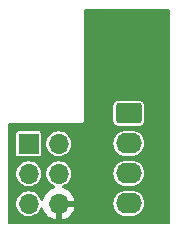
<source format=gbl>
%TF.GenerationSoftware,KiCad,Pcbnew,(6.0.2)*%
%TF.CreationDate,2022-03-13T08:59:08-04:00*%
%TF.ProjectId,ArduinoConnector,41726475-696e-46f4-936f-6e6e6563746f,v1*%
%TF.SameCoordinates,Original*%
%TF.FileFunction,Copper,L2,Bot*%
%TF.FilePolarity,Positive*%
%FSLAX46Y46*%
G04 Gerber Fmt 4.6, Leading zero omitted, Abs format (unit mm)*
G04 Created by KiCad (PCBNEW (6.0.2)) date 2022-03-13 08:59:08*
%MOMM*%
%LPD*%
G01*
G04 APERTURE LIST*
G04 Aperture macros list*
%AMRoundRect*
0 Rectangle with rounded corners*
0 $1 Rounding radius*
0 $2 $3 $4 $5 $6 $7 $8 $9 X,Y pos of 4 corners*
0 Add a 4 corners polygon primitive as box body*
4,1,4,$2,$3,$4,$5,$6,$7,$8,$9,$2,$3,0*
0 Add four circle primitives for the rounded corners*
1,1,$1+$1,$2,$3*
1,1,$1+$1,$4,$5*
1,1,$1+$1,$6,$7*
1,1,$1+$1,$8,$9*
0 Add four rect primitives between the rounded corners*
20,1,$1+$1,$2,$3,$4,$5,0*
20,1,$1+$1,$4,$5,$6,$7,0*
20,1,$1+$1,$6,$7,$8,$9,0*
20,1,$1+$1,$8,$9,$2,$3,0*%
G04 Aperture macros list end*
%TA.AperFunction,ComponentPad*%
%ADD10R,1.700000X1.700000*%
%TD*%
%TA.AperFunction,ComponentPad*%
%ADD11O,1.700000X1.700000*%
%TD*%
%TA.AperFunction,ComponentPad*%
%ADD12RoundRect,0.250000X-0.845000X0.620000X-0.845000X-0.620000X0.845000X-0.620000X0.845000X0.620000X0*%
%TD*%
%TA.AperFunction,ComponentPad*%
%ADD13O,2.190000X1.740000*%
%TD*%
%TA.AperFunction,ViaPad*%
%ADD14C,0.685800*%
%TD*%
G04 APERTURE END LIST*
D10*
%TO.P,J1,1,Pin_1*%
%TO.N,/POWER*%
X120225000Y-91975000D03*
D11*
%TO.P,J1,2,Pin_2*%
%TO.N,unconnected-(J1-Pad2)*%
X122765000Y-91975000D03*
%TO.P,J1,3,Pin_3*%
%TO.N,/SENSE*%
X120225000Y-94515000D03*
%TO.P,J1,4,Pin_4*%
%TO.N,+5V*%
X122765000Y-94515000D03*
%TO.P,J1,5,Pin_5*%
%TO.N,/PWM*%
X120225000Y-97055000D03*
%TO.P,J1,6,Pin_6*%
%TO.N,GND*%
X122765000Y-97055000D03*
%TD*%
D12*
%TO.P,J2,1,Pin_1*%
%TO.N,/FAN_GND*%
X128700000Y-89400000D03*
D13*
%TO.P,J2,2,Pin_2*%
%TO.N,+5V*%
X128700000Y-91940000D03*
%TO.P,J2,3,Pin_3*%
%TO.N,/SENSE*%
X128700000Y-94480000D03*
%TO.P,J2,4,Pin_4*%
%TO.N,/PWM*%
X128700000Y-97020000D03*
%TD*%
D14*
%TO.N,GND*%
X125000000Y-97600000D03*
X125000000Y-96600000D03*
X125000000Y-91300000D03*
X125000000Y-92500000D03*
X125000000Y-93700000D03*
X125700000Y-86800000D03*
%TD*%
%TA.AperFunction,Conductor*%
%TO.N,GND*%
G36*
X132142121Y-80620002D02*
G01*
X132188614Y-80673658D01*
X132200000Y-80726000D01*
X132200000Y-98674000D01*
X132179998Y-98742121D01*
X132126342Y-98788614D01*
X132074000Y-98800000D01*
X118626000Y-98800000D01*
X118557879Y-98779998D01*
X118511386Y-98726342D01*
X118500000Y-98674000D01*
X118500000Y-97040262D01*
X119169520Y-97040262D01*
X119170036Y-97046406D01*
X119185982Y-97236295D01*
X119186759Y-97245553D01*
X119188458Y-97251478D01*
X119237629Y-97422957D01*
X119243544Y-97443586D01*
X119246359Y-97449063D01*
X119246360Y-97449066D01*
X119334897Y-97621341D01*
X119337712Y-97626818D01*
X119465677Y-97788270D01*
X119470370Y-97792264D01*
X119470371Y-97792265D01*
X119544541Y-97855388D01*
X119622564Y-97921791D01*
X119627942Y-97924797D01*
X119627944Y-97924798D01*
X119658387Y-97941812D01*
X119802398Y-98022297D01*
X119897238Y-98053113D01*
X119992471Y-98084056D01*
X119992475Y-98084057D01*
X119998329Y-98085959D01*
X120202894Y-98110351D01*
X120209029Y-98109879D01*
X120209031Y-98109879D01*
X120265039Y-98105569D01*
X120408300Y-98094546D01*
X120414230Y-98092890D01*
X120414232Y-98092890D01*
X120600797Y-98040800D01*
X120600796Y-98040800D01*
X120606725Y-98039145D01*
X120612214Y-98036372D01*
X120612220Y-98036370D01*
X120785116Y-97949033D01*
X120790610Y-97946258D01*
X120806345Y-97933965D01*
X120948101Y-97823213D01*
X120952951Y-97819424D01*
X120988257Y-97778522D01*
X121083540Y-97668134D01*
X121083540Y-97668133D01*
X121087564Y-97663472D01*
X121108387Y-97626818D01*
X121126056Y-97595714D01*
X121189323Y-97484344D01*
X121198271Y-97457444D01*
X121213496Y-97411678D01*
X121253978Y-97353354D01*
X121319566Y-97326175D01*
X121389437Y-97338770D01*
X121441406Y-97387141D01*
X121455971Y-97423751D01*
X121463564Y-97457444D01*
X121466645Y-97467275D01*
X121546770Y-97664603D01*
X121551413Y-97673794D01*
X121662694Y-97855388D01*
X121668777Y-97863699D01*
X121808213Y-98024667D01*
X121815580Y-98031883D01*
X121979434Y-98167916D01*
X121987881Y-98173831D01*
X122171756Y-98281279D01*
X122181042Y-98285729D01*
X122380001Y-98361703D01*
X122389899Y-98364579D01*
X122493250Y-98385606D01*
X122507299Y-98384410D01*
X122511000Y-98374065D01*
X122511000Y-98373517D01*
X123019000Y-98373517D01*
X123023064Y-98387359D01*
X123036478Y-98389393D01*
X123043184Y-98388534D01*
X123053262Y-98386392D01*
X123257255Y-98325191D01*
X123266842Y-98321433D01*
X123458095Y-98227739D01*
X123466945Y-98222464D01*
X123640328Y-98098792D01*
X123648200Y-98092139D01*
X123799052Y-97941812D01*
X123805730Y-97933965D01*
X123930003Y-97761020D01*
X123935313Y-97752183D01*
X124029670Y-97561267D01*
X124033469Y-97551672D01*
X124095377Y-97347910D01*
X124097555Y-97337837D01*
X124098986Y-97326962D01*
X124096775Y-97312778D01*
X124083617Y-97309000D01*
X123037115Y-97309000D01*
X123021876Y-97313475D01*
X123020671Y-97314865D01*
X123019000Y-97322548D01*
X123019000Y-98373517D01*
X122511000Y-98373517D01*
X122511000Y-97012490D01*
X127399346Y-97012490D01*
X127418373Y-97221562D01*
X127420111Y-97227468D01*
X127420112Y-97227472D01*
X127445834Y-97314865D01*
X127477647Y-97422957D01*
X127574909Y-97609003D01*
X127706456Y-97772614D01*
X127867276Y-97907558D01*
X127872668Y-97910522D01*
X127872672Y-97910525D01*
X128045848Y-98005729D01*
X128051245Y-98008696D01*
X128251354Y-98072174D01*
X128257471Y-98072860D01*
X128257475Y-98072861D01*
X128335392Y-98081600D01*
X128414736Y-98090500D01*
X128977830Y-98090500D01*
X129133934Y-98075194D01*
X129334910Y-98014516D01*
X129351436Y-98005729D01*
X129514826Y-97918853D01*
X129514828Y-97918851D01*
X129520272Y-97915957D01*
X129594537Y-97855388D01*
X129678186Y-97787166D01*
X129678189Y-97787163D01*
X129682961Y-97783271D01*
X129686890Y-97778522D01*
X129812850Y-97626263D01*
X129812852Y-97626259D01*
X129816779Y-97621513D01*
X129916630Y-97436843D01*
X129978710Y-97236295D01*
X129980259Y-97221562D01*
X130000010Y-97033638D01*
X130000010Y-97033637D01*
X130000654Y-97027510D01*
X129991507Y-96927000D01*
X129982186Y-96824577D01*
X129982185Y-96824574D01*
X129981627Y-96818438D01*
X129975326Y-96797027D01*
X129931261Y-96647310D01*
X129922353Y-96617043D01*
X129873722Y-96524020D01*
X129827945Y-96436456D01*
X129827944Y-96436455D01*
X129825091Y-96430997D01*
X129693544Y-96267386D01*
X129532724Y-96132442D01*
X129527332Y-96129478D01*
X129527328Y-96129475D01*
X129354152Y-96034271D01*
X129348755Y-96031304D01*
X129148646Y-95967826D01*
X129142529Y-95967140D01*
X129142525Y-95967139D01*
X129064608Y-95958400D01*
X128985264Y-95949500D01*
X128422170Y-95949500D01*
X128266066Y-95964806D01*
X128065090Y-96025484D01*
X128059649Y-96028377D01*
X127885174Y-96121147D01*
X127885172Y-96121149D01*
X127879728Y-96124043D01*
X127874949Y-96127941D01*
X127721814Y-96252834D01*
X127721811Y-96252837D01*
X127717039Y-96256729D01*
X127713112Y-96261476D01*
X127713110Y-96261478D01*
X127587150Y-96413737D01*
X127587148Y-96413741D01*
X127583221Y-96418487D01*
X127483370Y-96603157D01*
X127421290Y-96803705D01*
X127420646Y-96809830D01*
X127420646Y-96809831D01*
X127416427Y-96849970D01*
X127399346Y-97012490D01*
X122511000Y-97012490D01*
X122511000Y-96927000D01*
X122531002Y-96858879D01*
X122584658Y-96812386D01*
X122637000Y-96801000D01*
X124083344Y-96801000D01*
X124096875Y-96797027D01*
X124098180Y-96787947D01*
X124056214Y-96620875D01*
X124052894Y-96611124D01*
X123967972Y-96415814D01*
X123963105Y-96406739D01*
X123847426Y-96227926D01*
X123841136Y-96219757D01*
X123697806Y-96062240D01*
X123690273Y-96055215D01*
X123523139Y-95923222D01*
X123514552Y-95917517D01*
X123328117Y-95814599D01*
X123318705Y-95810369D01*
X123127031Y-95742493D01*
X123069495Y-95700899D01*
X123043579Y-95634801D01*
X123057513Y-95565185D01*
X123106872Y-95514154D01*
X123135206Y-95502362D01*
X123140790Y-95500803D01*
X123140799Y-95500800D01*
X123146725Y-95499145D01*
X123152214Y-95496372D01*
X123152220Y-95496370D01*
X123325116Y-95409033D01*
X123330610Y-95406258D01*
X123376347Y-95370525D01*
X123488101Y-95283213D01*
X123492951Y-95279424D01*
X123528257Y-95238522D01*
X123623540Y-95128134D01*
X123623540Y-95128133D01*
X123627564Y-95123472D01*
X123648387Y-95086818D01*
X123726276Y-94949707D01*
X123729323Y-94944344D01*
X123794351Y-94748863D01*
X123820171Y-94544474D01*
X123820583Y-94515000D01*
X123816415Y-94472490D01*
X127399346Y-94472490D01*
X127418373Y-94681562D01*
X127420111Y-94687468D01*
X127420112Y-94687472D01*
X127436380Y-94742744D01*
X127477647Y-94882957D01*
X127574909Y-95069003D01*
X127706456Y-95232614D01*
X127867276Y-95367558D01*
X127872668Y-95370522D01*
X127872672Y-95370525D01*
X128045848Y-95465729D01*
X128051245Y-95468696D01*
X128251354Y-95532174D01*
X128257471Y-95532860D01*
X128257475Y-95532861D01*
X128335392Y-95541600D01*
X128414736Y-95550500D01*
X128977830Y-95550500D01*
X129133934Y-95535194D01*
X129334910Y-95474516D01*
X129351436Y-95465729D01*
X129514826Y-95378853D01*
X129514828Y-95378851D01*
X129520272Y-95375957D01*
X129580308Y-95326993D01*
X129678186Y-95247166D01*
X129678189Y-95247163D01*
X129682961Y-95243271D01*
X129686890Y-95238522D01*
X129812850Y-95086263D01*
X129812852Y-95086259D01*
X129816779Y-95081513D01*
X129916630Y-94896843D01*
X129978710Y-94696295D01*
X129980259Y-94681562D01*
X130000010Y-94493638D01*
X130000010Y-94493637D01*
X130000654Y-94487510D01*
X129981627Y-94278438D01*
X129922353Y-94077043D01*
X129873722Y-93984020D01*
X129827945Y-93896456D01*
X129827944Y-93896455D01*
X129825091Y-93890997D01*
X129693544Y-93727386D01*
X129532724Y-93592442D01*
X129527332Y-93589478D01*
X129527328Y-93589475D01*
X129354152Y-93494271D01*
X129348755Y-93491304D01*
X129148646Y-93427826D01*
X129142529Y-93427140D01*
X129142525Y-93427139D01*
X129064608Y-93418400D01*
X128985264Y-93409500D01*
X128422170Y-93409500D01*
X128266066Y-93424806D01*
X128065090Y-93485484D01*
X128059649Y-93488377D01*
X127885174Y-93581147D01*
X127885172Y-93581149D01*
X127879728Y-93584043D01*
X127874949Y-93587941D01*
X127721814Y-93712834D01*
X127721811Y-93712837D01*
X127717039Y-93716729D01*
X127713112Y-93721476D01*
X127713110Y-93721478D01*
X127587150Y-93873737D01*
X127587148Y-93873741D01*
X127583221Y-93878487D01*
X127483370Y-94063157D01*
X127421290Y-94263705D01*
X127420646Y-94269830D01*
X127420646Y-94269831D01*
X127417048Y-94304068D01*
X127399346Y-94472490D01*
X123816415Y-94472490D01*
X123800480Y-94309970D01*
X123740935Y-94112749D01*
X123644218Y-93930849D01*
X123570859Y-93840902D01*
X123517906Y-93775975D01*
X123517903Y-93775972D01*
X123514011Y-93771200D01*
X123496786Y-93756950D01*
X123360025Y-93643811D01*
X123360021Y-93643809D01*
X123355275Y-93639882D01*
X123174055Y-93541897D01*
X122977254Y-93480977D01*
X122971129Y-93480333D01*
X122971128Y-93480333D01*
X122778498Y-93460087D01*
X122778496Y-93460087D01*
X122772369Y-93459443D01*
X122685529Y-93467346D01*
X122573342Y-93477555D01*
X122573339Y-93477556D01*
X122567203Y-93478114D01*
X122369572Y-93536280D01*
X122187002Y-93631726D01*
X122182201Y-93635586D01*
X122182198Y-93635588D01*
X122072951Y-93723425D01*
X122026447Y-93760815D01*
X121894024Y-93918630D01*
X121891056Y-93924028D01*
X121891053Y-93924033D01*
X121884315Y-93936290D01*
X121794776Y-94099162D01*
X121792913Y-94105035D01*
X121737907Y-94278438D01*
X121732484Y-94295532D01*
X121731798Y-94301649D01*
X121731797Y-94301653D01*
X121713322Y-94466362D01*
X121709520Y-94500262D01*
X121710036Y-94506406D01*
X121725982Y-94696295D01*
X121726759Y-94705553D01*
X121728458Y-94711478D01*
X121777629Y-94882957D01*
X121783544Y-94903586D01*
X121786359Y-94909063D01*
X121786360Y-94909066D01*
X121874897Y-95081341D01*
X121877712Y-95086818D01*
X122005677Y-95248270D01*
X122162564Y-95381791D01*
X122342398Y-95482297D01*
X122407437Y-95503429D01*
X122466042Y-95543502D01*
X122493680Y-95608898D01*
X122481574Y-95678855D01*
X122433568Y-95731162D01*
X122407646Y-95743027D01*
X122241868Y-95797212D01*
X122232359Y-95801209D01*
X122043463Y-95899542D01*
X122034738Y-95905036D01*
X121864433Y-96032905D01*
X121856726Y-96039748D01*
X121709590Y-96193717D01*
X121703104Y-96201727D01*
X121583098Y-96377649D01*
X121578000Y-96386623D01*
X121488338Y-96579783D01*
X121484775Y-96589470D01*
X121456012Y-96693185D01*
X121418533Y-96753483D01*
X121354405Y-96783946D01*
X121283986Y-96774903D01*
X121229636Y-96729224D01*
X121213973Y-96695933D01*
X121213143Y-96693185D01*
X121200935Y-96652749D01*
X121104218Y-96470849D01*
X121028206Y-96377649D01*
X120977906Y-96315975D01*
X120977903Y-96315972D01*
X120974011Y-96311200D01*
X120956786Y-96296950D01*
X120820025Y-96183811D01*
X120820021Y-96183809D01*
X120815275Y-96179882D01*
X120634055Y-96081897D01*
X120437254Y-96020977D01*
X120431129Y-96020333D01*
X120431128Y-96020333D01*
X120238498Y-96000087D01*
X120238496Y-96000087D01*
X120232369Y-95999443D01*
X120145529Y-96007346D01*
X120033342Y-96017555D01*
X120033339Y-96017556D01*
X120027203Y-96018114D01*
X119829572Y-96076280D01*
X119647002Y-96171726D01*
X119642201Y-96175586D01*
X119642198Y-96175588D01*
X119532951Y-96263425D01*
X119486447Y-96300815D01*
X119354024Y-96458630D01*
X119351056Y-96464028D01*
X119351053Y-96464033D01*
X119344315Y-96476290D01*
X119254776Y-96639162D01*
X119252913Y-96645035D01*
X119197907Y-96818438D01*
X119192484Y-96835532D01*
X119191798Y-96841649D01*
X119191797Y-96841653D01*
X119189865Y-96858879D01*
X119169520Y-97040262D01*
X118500000Y-97040262D01*
X118500000Y-94500262D01*
X119169520Y-94500262D01*
X119170036Y-94506406D01*
X119185982Y-94696295D01*
X119186759Y-94705553D01*
X119188458Y-94711478D01*
X119237629Y-94882957D01*
X119243544Y-94903586D01*
X119246359Y-94909063D01*
X119246360Y-94909066D01*
X119334897Y-95081341D01*
X119337712Y-95086818D01*
X119465677Y-95248270D01*
X119622564Y-95381791D01*
X119802398Y-95482297D01*
X119897238Y-95513112D01*
X119992471Y-95544056D01*
X119992475Y-95544057D01*
X119998329Y-95545959D01*
X120202894Y-95570351D01*
X120209029Y-95569879D01*
X120209031Y-95569879D01*
X120265039Y-95565569D01*
X120408300Y-95554546D01*
X120414230Y-95552890D01*
X120414232Y-95552890D01*
X120538104Y-95518304D01*
X120606725Y-95499145D01*
X120612214Y-95496372D01*
X120612220Y-95496370D01*
X120785116Y-95409033D01*
X120790610Y-95406258D01*
X120836347Y-95370525D01*
X120948101Y-95283213D01*
X120952951Y-95279424D01*
X120988257Y-95238522D01*
X121083540Y-95128134D01*
X121083540Y-95128133D01*
X121087564Y-95123472D01*
X121108387Y-95086818D01*
X121186276Y-94949707D01*
X121189323Y-94944344D01*
X121254351Y-94748863D01*
X121280171Y-94544474D01*
X121280583Y-94515000D01*
X121260480Y-94309970D01*
X121200935Y-94112749D01*
X121104218Y-93930849D01*
X121030859Y-93840902D01*
X120977906Y-93775975D01*
X120977903Y-93775972D01*
X120974011Y-93771200D01*
X120956786Y-93756950D01*
X120820025Y-93643811D01*
X120820021Y-93643809D01*
X120815275Y-93639882D01*
X120634055Y-93541897D01*
X120437254Y-93480977D01*
X120431129Y-93480333D01*
X120431128Y-93480333D01*
X120238498Y-93460087D01*
X120238496Y-93460087D01*
X120232369Y-93459443D01*
X120145529Y-93467346D01*
X120033342Y-93477555D01*
X120033339Y-93477556D01*
X120027203Y-93478114D01*
X119829572Y-93536280D01*
X119647002Y-93631726D01*
X119642201Y-93635586D01*
X119642198Y-93635588D01*
X119532951Y-93723425D01*
X119486447Y-93760815D01*
X119354024Y-93918630D01*
X119351056Y-93924028D01*
X119351053Y-93924033D01*
X119344315Y-93936290D01*
X119254776Y-94099162D01*
X119252913Y-94105035D01*
X119197907Y-94278438D01*
X119192484Y-94295532D01*
X119191798Y-94301649D01*
X119191797Y-94301653D01*
X119173322Y-94466362D01*
X119169520Y-94500262D01*
X118500000Y-94500262D01*
X118500000Y-92844748D01*
X119174500Y-92844748D01*
X119175707Y-92850816D01*
X119179331Y-92869033D01*
X119186133Y-92903231D01*
X119230448Y-92969552D01*
X119296769Y-93013867D01*
X119308938Y-93016288D01*
X119308939Y-93016288D01*
X119349184Y-93024293D01*
X119355252Y-93025500D01*
X121094748Y-93025500D01*
X121100816Y-93024293D01*
X121141061Y-93016288D01*
X121141062Y-93016288D01*
X121153231Y-93013867D01*
X121219552Y-92969552D01*
X121263867Y-92903231D01*
X121270670Y-92869033D01*
X121274293Y-92850816D01*
X121275500Y-92844748D01*
X121275500Y-91960262D01*
X121709520Y-91960262D01*
X121710036Y-91966406D01*
X121725982Y-92156295D01*
X121726759Y-92165553D01*
X121728458Y-92171478D01*
X121777629Y-92342957D01*
X121783544Y-92363586D01*
X121786359Y-92369063D01*
X121786360Y-92369066D01*
X121874897Y-92541341D01*
X121877712Y-92546818D01*
X122005677Y-92708270D01*
X122162564Y-92841791D01*
X122342398Y-92942297D01*
X122426280Y-92969552D01*
X122532471Y-93004056D01*
X122532475Y-93004057D01*
X122538329Y-93005959D01*
X122742894Y-93030351D01*
X122749029Y-93029879D01*
X122749031Y-93029879D01*
X122821625Y-93024293D01*
X122948300Y-93014546D01*
X122954230Y-93012890D01*
X122954232Y-93012890D01*
X123140797Y-92960800D01*
X123140796Y-92960800D01*
X123146725Y-92959145D01*
X123152214Y-92956372D01*
X123152220Y-92956370D01*
X123325116Y-92869033D01*
X123330610Y-92866258D01*
X123376347Y-92830525D01*
X123488101Y-92743213D01*
X123492951Y-92739424D01*
X123528257Y-92698522D01*
X123623540Y-92588134D01*
X123623540Y-92588133D01*
X123627564Y-92583472D01*
X123648387Y-92546818D01*
X123726276Y-92409707D01*
X123729323Y-92404344D01*
X123794351Y-92208863D01*
X123820171Y-92004474D01*
X123820583Y-91975000D01*
X123816415Y-91932490D01*
X127399346Y-91932490D01*
X127418373Y-92141562D01*
X127420111Y-92147468D01*
X127420112Y-92147472D01*
X127436380Y-92202744D01*
X127477647Y-92342957D01*
X127574909Y-92529003D01*
X127706456Y-92692614D01*
X127867276Y-92827558D01*
X127872668Y-92830522D01*
X127872672Y-92830525D01*
X127982787Y-92891061D01*
X128051245Y-92928696D01*
X128251354Y-92992174D01*
X128257471Y-92992860D01*
X128257475Y-92992861D01*
X128335392Y-93001600D01*
X128414736Y-93010500D01*
X128977830Y-93010500D01*
X129133934Y-92995194D01*
X129334910Y-92934516D01*
X129374347Y-92913547D01*
X129514826Y-92838853D01*
X129514828Y-92838851D01*
X129520272Y-92835957D01*
X129580308Y-92786993D01*
X129678186Y-92707166D01*
X129678189Y-92707163D01*
X129682961Y-92703271D01*
X129686890Y-92698522D01*
X129812850Y-92546263D01*
X129812852Y-92546259D01*
X129816779Y-92541513D01*
X129916630Y-92356843D01*
X129978710Y-92156295D01*
X129980259Y-92141562D01*
X130000010Y-91953638D01*
X130000010Y-91953637D01*
X130000654Y-91947510D01*
X129981627Y-91738438D01*
X129922353Y-91537043D01*
X129873722Y-91444020D01*
X129827945Y-91356456D01*
X129827944Y-91356455D01*
X129825091Y-91350997D01*
X129693544Y-91187386D01*
X129532724Y-91052442D01*
X129527332Y-91049478D01*
X129527328Y-91049475D01*
X129354152Y-90954271D01*
X129348755Y-90951304D01*
X129148646Y-90887826D01*
X129142529Y-90887140D01*
X129142525Y-90887139D01*
X129064608Y-90878400D01*
X128985264Y-90869500D01*
X128422170Y-90869500D01*
X128266066Y-90884806D01*
X128065090Y-90945484D01*
X128059649Y-90948377D01*
X127885174Y-91041147D01*
X127885172Y-91041149D01*
X127879728Y-91044043D01*
X127874949Y-91047941D01*
X127721814Y-91172834D01*
X127721811Y-91172837D01*
X127717039Y-91176729D01*
X127713112Y-91181476D01*
X127713110Y-91181478D01*
X127587150Y-91333737D01*
X127587148Y-91333741D01*
X127583221Y-91338487D01*
X127483370Y-91523157D01*
X127421290Y-91723705D01*
X127420646Y-91729830D01*
X127420646Y-91729831D01*
X127417048Y-91764068D01*
X127399346Y-91932490D01*
X123816415Y-91932490D01*
X123800480Y-91769970D01*
X123740935Y-91572749D01*
X123644218Y-91390849D01*
X123570859Y-91300902D01*
X123517906Y-91235975D01*
X123517903Y-91235972D01*
X123514011Y-91231200D01*
X123496786Y-91216950D01*
X123360025Y-91103811D01*
X123360021Y-91103809D01*
X123355275Y-91099882D01*
X123174055Y-91001897D01*
X122977254Y-90940977D01*
X122971129Y-90940333D01*
X122971128Y-90940333D01*
X122778498Y-90920087D01*
X122778496Y-90920087D01*
X122772369Y-90919443D01*
X122685529Y-90927346D01*
X122573342Y-90937555D01*
X122573339Y-90937556D01*
X122567203Y-90938114D01*
X122369572Y-90996280D01*
X122187002Y-91091726D01*
X122182201Y-91095586D01*
X122182198Y-91095588D01*
X122072951Y-91183425D01*
X122026447Y-91220815D01*
X121894024Y-91378630D01*
X121891056Y-91384028D01*
X121891053Y-91384033D01*
X121884315Y-91396290D01*
X121794776Y-91559162D01*
X121792913Y-91565035D01*
X121737907Y-91738438D01*
X121732484Y-91755532D01*
X121731798Y-91761649D01*
X121731797Y-91761653D01*
X121713322Y-91926362D01*
X121709520Y-91960262D01*
X121275500Y-91960262D01*
X121275500Y-91105252D01*
X121263867Y-91046769D01*
X121219552Y-90980448D01*
X121153231Y-90936133D01*
X121141062Y-90933712D01*
X121141061Y-90933712D01*
X121100816Y-90925707D01*
X121094748Y-90924500D01*
X119355252Y-90924500D01*
X119349184Y-90925707D01*
X119308939Y-90933712D01*
X119308938Y-90933712D01*
X119296769Y-90936133D01*
X119230448Y-90980448D01*
X119186133Y-91046769D01*
X119174500Y-91105252D01*
X119174500Y-92844748D01*
X118500000Y-92844748D01*
X118500000Y-90326000D01*
X118520002Y-90257879D01*
X118573658Y-90211386D01*
X118626000Y-90200000D01*
X124694123Y-90200000D01*
X124731258Y-90200033D01*
X124731260Y-90200033D01*
X124745449Y-90200045D01*
X124758242Y-90193902D01*
X124763210Y-90192773D01*
X124770535Y-90190215D01*
X124775125Y-90188006D01*
X124788962Y-90184850D01*
X124800061Y-90176006D01*
X124804985Y-90173636D01*
X124810647Y-90170084D01*
X124814916Y-90166688D01*
X124827705Y-90160547D01*
X124836568Y-90149464D01*
X124840554Y-90146293D01*
X124846048Y-90140809D01*
X124849227Y-90136827D01*
X124860323Y-90127985D01*
X124866486Y-90115207D01*
X124869896Y-90110936D01*
X124873454Y-90105286D01*
X124875832Y-90100366D01*
X124884694Y-90089285D01*
X124887874Y-90075457D01*
X124888658Y-90073834D01*
X127404500Y-90073834D01*
X127407481Y-90105369D01*
X127452366Y-90233184D01*
X127457958Y-90240754D01*
X127457959Y-90240757D01*
X127470606Y-90257879D01*
X127532850Y-90342150D01*
X127540421Y-90347742D01*
X127634243Y-90417041D01*
X127634246Y-90417042D01*
X127641816Y-90422634D01*
X127769631Y-90467519D01*
X127777277Y-90468242D01*
X127777278Y-90468242D01*
X127783248Y-90468806D01*
X127801166Y-90470500D01*
X129598834Y-90470500D01*
X129616752Y-90468806D01*
X129622722Y-90468242D01*
X129622723Y-90468242D01*
X129630369Y-90467519D01*
X129758184Y-90422634D01*
X129765754Y-90417042D01*
X129765757Y-90417041D01*
X129859579Y-90347742D01*
X129867150Y-90342150D01*
X129929394Y-90257879D01*
X129942041Y-90240757D01*
X129942042Y-90240754D01*
X129947634Y-90233184D01*
X129992519Y-90105369D01*
X129995500Y-90073834D01*
X129995500Y-88726166D01*
X129992519Y-88694631D01*
X129947634Y-88566816D01*
X129942042Y-88559246D01*
X129942041Y-88559243D01*
X129872742Y-88465421D01*
X129867150Y-88457850D01*
X129850206Y-88445335D01*
X129765757Y-88382959D01*
X129765754Y-88382958D01*
X129758184Y-88377366D01*
X129630369Y-88332481D01*
X129622723Y-88331758D01*
X129622722Y-88331758D01*
X129616752Y-88331194D01*
X129598834Y-88329500D01*
X127801166Y-88329500D01*
X127783248Y-88331194D01*
X127777278Y-88331758D01*
X127777277Y-88331758D01*
X127769631Y-88332481D01*
X127641816Y-88377366D01*
X127634246Y-88382958D01*
X127634243Y-88382959D01*
X127549794Y-88445335D01*
X127532850Y-88457850D01*
X127527258Y-88465421D01*
X127457959Y-88559243D01*
X127457958Y-88559246D01*
X127452366Y-88566816D01*
X127407481Y-88694631D01*
X127404500Y-88726166D01*
X127404500Y-90073834D01*
X124888658Y-90073834D01*
X124890088Y-90070876D01*
X124892661Y-90063551D01*
X124893799Y-90058580D01*
X124899965Y-90045798D01*
X124899985Y-90022787D01*
X124901997Y-90022789D01*
X124902012Y-90022723D01*
X124900000Y-90022723D01*
X124900000Y-90005877D01*
X124900045Y-89954551D01*
X124904850Y-89954555D01*
X124904856Y-89954457D01*
X124900000Y-89954457D01*
X124900000Y-80726000D01*
X124920002Y-80657879D01*
X124973658Y-80611386D01*
X125026000Y-80600000D01*
X132074000Y-80600000D01*
X132142121Y-80620002D01*
G37*
%TD.AperFunction*%
%TD*%
M02*

</source>
